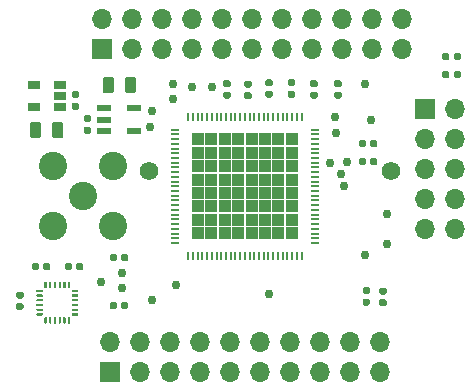
<source format=gts>
G04 #@! TF.GenerationSoftware,KiCad,Pcbnew,(5.1.6)-1*
G04 #@! TF.CreationDate,2021-09-11T05:13:55-07:00*
G04 #@! TF.ProjectId,scum3c-devboard,7363756d-3363-42d6-9465-76626f617264,rev?*
G04 #@! TF.SameCoordinates,Original*
G04 #@! TF.FileFunction,Soldermask,Top*
G04 #@! TF.FilePolarity,Negative*
%FSLAX46Y46*%
G04 Gerber Fmt 4.6, Leading zero omitted, Abs format (unit mm)*
G04 Created by KiCad (PCBNEW (5.1.6)-1) date 2021-09-11 05:13:55*
%MOMM*%
%LPD*%
G01*
G04 APERTURE LIST*
%ADD10R,1.210000X0.590000*%
%ADD11R,1.060000X0.650000*%
%ADD12C,1.574800*%
%ADD13C,2.400000*%
%ADD14R,1.700000X1.700000*%
%ADD15O,1.700000X1.700000*%
%ADD16C,0.762000*%
%ADD17C,0.568750*%
%ADD18R,1.137500X1.137500*%
%ADD19O,0.200000X0.800000*%
%ADD20O,0.800000X0.200000*%
G04 APERTURE END LIST*
D10*
G04 #@! TO.C,U3*
X87135001Y-62042000D03*
X87135001Y-63942000D03*
X84625001Y-63942000D03*
X84625001Y-62992000D03*
X84625001Y-62042000D03*
G04 #@! TD*
D11*
G04 #@! TO.C,U2*
X78627999Y-61961001D03*
X78627999Y-60061001D03*
X80827999Y-60061001D03*
X80827999Y-61011001D03*
X80827999Y-61961001D03*
G04 #@! TD*
D12*
G04 #@! TO.C,B1*
X108889800Y-67310000D03*
X88392000Y-67310000D03*
G04 #@! TD*
D13*
G04 #@! TO.C,J4*
X85344000Y-72009000D03*
X80264000Y-72009000D03*
X85344000Y-66929000D03*
X80264000Y-66929000D03*
X82804000Y-69469000D03*
G04 #@! TD*
D14*
G04 #@! TO.C,J1*
X84455000Y-57023000D03*
D15*
X84455000Y-54483000D03*
X86995000Y-57023000D03*
X86995000Y-54483000D03*
X89535000Y-57023000D03*
X89535000Y-54483000D03*
X92075000Y-57023000D03*
X92075000Y-54483000D03*
X94615000Y-57023000D03*
X94615000Y-54483000D03*
X97155000Y-57023000D03*
X97155000Y-54483000D03*
X99695000Y-57023000D03*
X99695000Y-54483000D03*
X102235000Y-57023000D03*
X102235000Y-54483000D03*
X104775000Y-57023000D03*
X104775000Y-54483000D03*
X107315000Y-57023000D03*
X107315000Y-54483000D03*
X109855000Y-57023000D03*
X109855000Y-54483000D03*
G04 #@! TD*
G04 #@! TO.C,R4*
G36*
G01*
X96601500Y-60665000D02*
X96946500Y-60665000D01*
G75*
G02*
X97094000Y-60812500I0J-147500D01*
G01*
X97094000Y-61107500D01*
G75*
G02*
X96946500Y-61255000I-147500J0D01*
G01*
X96601500Y-61255000D01*
G75*
G02*
X96454000Y-61107500I0J147500D01*
G01*
X96454000Y-60812500D01*
G75*
G02*
X96601500Y-60665000I147500J0D01*
G01*
G37*
G36*
G01*
X96601500Y-59695000D02*
X96946500Y-59695000D01*
G75*
G02*
X97094000Y-59842500I0J-147500D01*
G01*
X97094000Y-60137500D01*
G75*
G02*
X96946500Y-60285000I-147500J0D01*
G01*
X96601500Y-60285000D01*
G75*
G02*
X96454000Y-60137500I0J147500D01*
G01*
X96454000Y-59842500D01*
G75*
G02*
X96601500Y-59695000I147500J0D01*
G01*
G37*
G04 #@! TD*
G04 #@! TO.C,R3*
G36*
G01*
X102189500Y-60619000D02*
X102534500Y-60619000D01*
G75*
G02*
X102682000Y-60766500I0J-147500D01*
G01*
X102682000Y-61061500D01*
G75*
G02*
X102534500Y-61209000I-147500J0D01*
G01*
X102189500Y-61209000D01*
G75*
G02*
X102042000Y-61061500I0J147500D01*
G01*
X102042000Y-60766500D01*
G75*
G02*
X102189500Y-60619000I147500J0D01*
G01*
G37*
G36*
G01*
X102189500Y-59649000D02*
X102534500Y-59649000D01*
G75*
G02*
X102682000Y-59796500I0J-147500D01*
G01*
X102682000Y-60091500D01*
G75*
G02*
X102534500Y-60239000I-147500J0D01*
G01*
X102189500Y-60239000D01*
G75*
G02*
X102042000Y-60091500I0J147500D01*
G01*
X102042000Y-59796500D01*
G75*
G02*
X102189500Y-59649000I147500J0D01*
G01*
G37*
G04 #@! TD*
G04 #@! TO.C,R2*
G36*
G01*
X104566500Y-60239000D02*
X104221500Y-60239000D01*
G75*
G02*
X104074000Y-60091500I0J147500D01*
G01*
X104074000Y-59796500D01*
G75*
G02*
X104221500Y-59649000I147500J0D01*
G01*
X104566500Y-59649000D01*
G75*
G02*
X104714000Y-59796500I0J-147500D01*
G01*
X104714000Y-60091500D01*
G75*
G02*
X104566500Y-60239000I-147500J0D01*
G01*
G37*
G36*
G01*
X104566500Y-61209000D02*
X104221500Y-61209000D01*
G75*
G02*
X104074000Y-61061500I0J147500D01*
G01*
X104074000Y-60766500D01*
G75*
G02*
X104221500Y-60619000I147500J0D01*
G01*
X104566500Y-60619000D01*
G75*
G02*
X104714000Y-60766500I0J-147500D01*
G01*
X104714000Y-61061500D01*
G75*
G02*
X104566500Y-61209000I-147500J0D01*
G01*
G37*
G04 #@! TD*
G04 #@! TO.C,C_1.8_OUT1*
G36*
G01*
X81158000Y-63424750D02*
X81158000Y-64337250D01*
G75*
G02*
X80914250Y-64581000I-243750J0D01*
G01*
X80426750Y-64581000D01*
G75*
G02*
X80183000Y-64337250I0J243750D01*
G01*
X80183000Y-63424750D01*
G75*
G02*
X80426750Y-63181000I243750J0D01*
G01*
X80914250Y-63181000D01*
G75*
G02*
X81158000Y-63424750I0J-243750D01*
G01*
G37*
G36*
G01*
X79283000Y-63424750D02*
X79283000Y-64337250D01*
G75*
G02*
X79039250Y-64581000I-243750J0D01*
G01*
X78551750Y-64581000D01*
G75*
G02*
X78308000Y-64337250I0J243750D01*
G01*
X78308000Y-63424750D01*
G75*
G02*
X78551750Y-63181000I243750J0D01*
G01*
X79039250Y-63181000D01*
G75*
G02*
X79283000Y-63424750I0J-243750D01*
G01*
G37*
G04 #@! TD*
G04 #@! TO.C,C_1.1_OUT1*
G36*
G01*
X84475500Y-60527250D02*
X84475500Y-59614750D01*
G75*
G02*
X84719250Y-59371000I243750J0D01*
G01*
X85206750Y-59371000D01*
G75*
G02*
X85450500Y-59614750I0J-243750D01*
G01*
X85450500Y-60527250D01*
G75*
G02*
X85206750Y-60771000I-243750J0D01*
G01*
X84719250Y-60771000D01*
G75*
G02*
X84475500Y-60527250I0J243750D01*
G01*
G37*
G36*
G01*
X86350500Y-60527250D02*
X86350500Y-59614750D01*
G75*
G02*
X86594250Y-59371000I243750J0D01*
G01*
X87081750Y-59371000D01*
G75*
G02*
X87325500Y-59614750I0J-243750D01*
G01*
X87325500Y-60527250D01*
G75*
G02*
X87081750Y-60771000I-243750J0D01*
G01*
X86594250Y-60771000D01*
G75*
G02*
X86350500Y-60527250I0J243750D01*
G01*
G37*
G04 #@! TD*
G04 #@! TO.C,J3*
X114300000Y-72263000D03*
X111760000Y-72263000D03*
X114300000Y-69723000D03*
X111760000Y-69723000D03*
X114300000Y-67183000D03*
X111760000Y-67183000D03*
X114300000Y-64643000D03*
X111760000Y-64643000D03*
X114300000Y-62103000D03*
D14*
X111760000Y-62103000D03*
G04 #@! TD*
G04 #@! TO.C,C_1.1_IN1*
G36*
G01*
X83357500Y-63206000D02*
X83012500Y-63206000D01*
G75*
G02*
X82865000Y-63058500I0J147500D01*
G01*
X82865000Y-62763500D01*
G75*
G02*
X83012500Y-62616000I147500J0D01*
G01*
X83357500Y-62616000D01*
G75*
G02*
X83505000Y-62763500I0J-147500D01*
G01*
X83505000Y-63058500D01*
G75*
G02*
X83357500Y-63206000I-147500J0D01*
G01*
G37*
G36*
G01*
X83357500Y-64176000D02*
X83012500Y-64176000D01*
G75*
G02*
X82865000Y-64028500I0J147500D01*
G01*
X82865000Y-63733500D01*
G75*
G02*
X83012500Y-63586000I147500J0D01*
G01*
X83357500Y-63586000D01*
G75*
G02*
X83505000Y-63733500I0J-147500D01*
G01*
X83505000Y-64028500D01*
G75*
G02*
X83357500Y-64176000I-147500J0D01*
G01*
G37*
G04 #@! TD*
G04 #@! TO.C,C_1.8_IN1*
G36*
G01*
X82341500Y-61174000D02*
X81996500Y-61174000D01*
G75*
G02*
X81849000Y-61026500I0J147500D01*
G01*
X81849000Y-60731500D01*
G75*
G02*
X81996500Y-60584000I147500J0D01*
G01*
X82341500Y-60584000D01*
G75*
G02*
X82489000Y-60731500I0J-147500D01*
G01*
X82489000Y-61026500D01*
G75*
G02*
X82341500Y-61174000I-147500J0D01*
G01*
G37*
G36*
G01*
X82341500Y-62144000D02*
X81996500Y-62144000D01*
G75*
G02*
X81849000Y-61996500I0J147500D01*
G01*
X81849000Y-61701500D01*
G75*
G02*
X81996500Y-61554000I147500J0D01*
G01*
X82341500Y-61554000D01*
G75*
G02*
X82489000Y-61701500I0J-147500D01*
G01*
X82489000Y-61996500D01*
G75*
G02*
X82341500Y-62144000I-147500J0D01*
G01*
G37*
G04 #@! TD*
D16*
G04 #@! TO.C,J21*
X108585000Y-70993000D03*
G04 #@! TD*
G04 #@! TO.C,J20*
X104140000Y-62738000D03*
G04 #@! TD*
G04 #@! TO.C,J19*
X93726000Y-60198000D03*
G04 #@! TD*
G04 #@! TO.C,J18*
X92075000Y-60198000D03*
G04 #@! TD*
G04 #@! TO.C,J14*
X90424000Y-59944000D03*
G04 #@! TD*
G04 #@! TO.C,J12*
X86106000Y-77216000D03*
G04 #@! TD*
G04 #@! TO.C,J17*
X108585000Y-73533000D03*
G04 #@! TD*
G04 #@! TO.C,J16*
X105156000Y-66548000D03*
G04 #@! TD*
G04 #@! TO.C,J15*
X103759000Y-66675000D03*
G04 #@! TD*
G04 #@! TO.C,J13*
X88646000Y-78232000D03*
G04 #@! TD*
G04 #@! TO.C,J11*
X86106000Y-75946000D03*
G04 #@! TD*
G04 #@! TO.C,J10*
X104648000Y-67564000D03*
G04 #@! TD*
G04 #@! TO.C,J9*
X104902000Y-68580000D03*
G04 #@! TD*
G04 #@! TO.C,J8*
X88519000Y-63627000D03*
G04 #@! TD*
G04 #@! TO.C,J7*
X88646000Y-62230000D03*
G04 #@! TD*
G04 #@! TO.C,J6*
X90424000Y-61214000D03*
G04 #@! TD*
G04 #@! TO.C,J5*
X104267000Y-64135000D03*
G04 #@! TD*
G04 #@! TO.C,GND6*
X106680000Y-59944000D03*
G04 #@! TD*
G04 #@! TO.C,GND5*
X106680000Y-74422000D03*
G04 #@! TD*
G04 #@! TO.C,GND4*
X107188000Y-62992000D03*
G04 #@! TD*
G04 #@! TO.C,GND3*
X90678000Y-76962000D03*
G04 #@! TD*
G04 #@! TO.C,GND2*
X84328000Y-76708000D03*
G04 #@! TD*
G04 #@! TO.C,GND1*
X98552000Y-77724000D03*
G04 #@! TD*
G04 #@! TO.C,R1*
G36*
G01*
X107147000Y-65196500D02*
X107147000Y-64851500D01*
G75*
G02*
X107294500Y-64704000I147500J0D01*
G01*
X107589500Y-64704000D01*
G75*
G02*
X107737000Y-64851500I0J-147500D01*
G01*
X107737000Y-65196500D01*
G75*
G02*
X107589500Y-65344000I-147500J0D01*
G01*
X107294500Y-65344000D01*
G75*
G02*
X107147000Y-65196500I0J147500D01*
G01*
G37*
G36*
G01*
X106177000Y-65196500D02*
X106177000Y-64851500D01*
G75*
G02*
X106324500Y-64704000I147500J0D01*
G01*
X106619500Y-64704000D01*
G75*
G02*
X106767000Y-64851500I0J-147500D01*
G01*
X106767000Y-65196500D01*
G75*
G02*
X106619500Y-65344000I-147500J0D01*
G01*
X106324500Y-65344000D01*
G75*
G02*
X106177000Y-65196500I0J147500D01*
G01*
G37*
G04 #@! TD*
G04 #@! TO.C,C13*
G36*
G01*
X100629500Y-60158000D02*
X100284500Y-60158000D01*
G75*
G02*
X100137000Y-60010500I0J147500D01*
G01*
X100137000Y-59715500D01*
G75*
G02*
X100284500Y-59568000I147500J0D01*
G01*
X100629500Y-59568000D01*
G75*
G02*
X100777000Y-59715500I0J-147500D01*
G01*
X100777000Y-60010500D01*
G75*
G02*
X100629500Y-60158000I-147500J0D01*
G01*
G37*
G36*
G01*
X100629500Y-61128000D02*
X100284500Y-61128000D01*
G75*
G02*
X100137000Y-60980500I0J147500D01*
G01*
X100137000Y-60685500D01*
G75*
G02*
X100284500Y-60538000I147500J0D01*
G01*
X100629500Y-60538000D01*
G75*
G02*
X100777000Y-60685500I0J-147500D01*
G01*
X100777000Y-60980500D01*
G75*
G02*
X100629500Y-61128000I-147500J0D01*
G01*
G37*
G04 #@! TD*
G04 #@! TO.C,C12*
G36*
G01*
X98724500Y-60158000D02*
X98379500Y-60158000D01*
G75*
G02*
X98232000Y-60010500I0J147500D01*
G01*
X98232000Y-59715500D01*
G75*
G02*
X98379500Y-59568000I147500J0D01*
G01*
X98724500Y-59568000D01*
G75*
G02*
X98872000Y-59715500I0J-147500D01*
G01*
X98872000Y-60010500D01*
G75*
G02*
X98724500Y-60158000I-147500J0D01*
G01*
G37*
G36*
G01*
X98724500Y-61128000D02*
X98379500Y-61128000D01*
G75*
G02*
X98232000Y-60980500I0J147500D01*
G01*
X98232000Y-60685500D01*
G75*
G02*
X98379500Y-60538000I147500J0D01*
G01*
X98724500Y-60538000D01*
G75*
G02*
X98872000Y-60685500I0J-147500D01*
G01*
X98872000Y-60980500D01*
G75*
G02*
X98724500Y-61128000I-147500J0D01*
G01*
G37*
G04 #@! TD*
G04 #@! TO.C,C11*
G36*
G01*
X106767000Y-66375500D02*
X106767000Y-66720500D01*
G75*
G02*
X106619500Y-66868000I-147500J0D01*
G01*
X106324500Y-66868000D01*
G75*
G02*
X106177000Y-66720500I0J147500D01*
G01*
X106177000Y-66375500D01*
G75*
G02*
X106324500Y-66228000I147500J0D01*
G01*
X106619500Y-66228000D01*
G75*
G02*
X106767000Y-66375500I0J-147500D01*
G01*
G37*
G36*
G01*
X107737000Y-66375500D02*
X107737000Y-66720500D01*
G75*
G02*
X107589500Y-66868000I-147500J0D01*
G01*
X107294500Y-66868000D01*
G75*
G02*
X107147000Y-66720500I0J147500D01*
G01*
X107147000Y-66375500D01*
G75*
G02*
X107294500Y-66228000I147500J0D01*
G01*
X107589500Y-66228000D01*
G75*
G02*
X107737000Y-66375500I0J-147500D01*
G01*
G37*
G04 #@! TD*
G04 #@! TO.C,C10*
G36*
G01*
X95168500Y-60239000D02*
X94823500Y-60239000D01*
G75*
G02*
X94676000Y-60091500I0J147500D01*
G01*
X94676000Y-59796500D01*
G75*
G02*
X94823500Y-59649000I147500J0D01*
G01*
X95168500Y-59649000D01*
G75*
G02*
X95316000Y-59796500I0J-147500D01*
G01*
X95316000Y-60091500D01*
G75*
G02*
X95168500Y-60239000I-147500J0D01*
G01*
G37*
G36*
G01*
X95168500Y-61209000D02*
X94823500Y-61209000D01*
G75*
G02*
X94676000Y-61061500I0J147500D01*
G01*
X94676000Y-60766500D01*
G75*
G02*
X94823500Y-60619000I147500J0D01*
G01*
X95168500Y-60619000D01*
G75*
G02*
X95316000Y-60766500I0J-147500D01*
G01*
X95316000Y-61061500D01*
G75*
G02*
X95168500Y-61209000I-147500J0D01*
G01*
G37*
G04 #@! TD*
G04 #@! TO.C,C9*
G36*
G01*
X108031500Y-78191000D02*
X108376500Y-78191000D01*
G75*
G02*
X108524000Y-78338500I0J-147500D01*
G01*
X108524000Y-78633500D01*
G75*
G02*
X108376500Y-78781000I-147500J0D01*
G01*
X108031500Y-78781000D01*
G75*
G02*
X107884000Y-78633500I0J147500D01*
G01*
X107884000Y-78338500D01*
G75*
G02*
X108031500Y-78191000I147500J0D01*
G01*
G37*
G36*
G01*
X108031500Y-77221000D02*
X108376500Y-77221000D01*
G75*
G02*
X108524000Y-77368500I0J-147500D01*
G01*
X108524000Y-77663500D01*
G75*
G02*
X108376500Y-77811000I-147500J0D01*
G01*
X108031500Y-77811000D01*
G75*
G02*
X107884000Y-77663500I0J147500D01*
G01*
X107884000Y-77368500D01*
G75*
G02*
X108031500Y-77221000I147500J0D01*
G01*
G37*
G04 #@! TD*
G04 #@! TO.C,C8*
G36*
G01*
X106634500Y-78145000D02*
X106979500Y-78145000D01*
G75*
G02*
X107127000Y-78292500I0J-147500D01*
G01*
X107127000Y-78587500D01*
G75*
G02*
X106979500Y-78735000I-147500J0D01*
G01*
X106634500Y-78735000D01*
G75*
G02*
X106487000Y-78587500I0J147500D01*
G01*
X106487000Y-78292500D01*
G75*
G02*
X106634500Y-78145000I147500J0D01*
G01*
G37*
G36*
G01*
X106634500Y-77175000D02*
X106979500Y-77175000D01*
G75*
G02*
X107127000Y-77322500I0J-147500D01*
G01*
X107127000Y-77617500D01*
G75*
G02*
X106979500Y-77765000I-147500J0D01*
G01*
X106634500Y-77765000D01*
G75*
G02*
X106487000Y-77617500I0J147500D01*
G01*
X106487000Y-77322500D01*
G75*
G02*
X106634500Y-77175000I147500J0D01*
G01*
G37*
G04 #@! TD*
G04 #@! TO.C,C7*
G36*
G01*
X114213000Y-59354500D02*
X114213000Y-59009500D01*
G75*
G02*
X114360500Y-58862000I147500J0D01*
G01*
X114655500Y-58862000D01*
G75*
G02*
X114803000Y-59009500I0J-147500D01*
G01*
X114803000Y-59354500D01*
G75*
G02*
X114655500Y-59502000I-147500J0D01*
G01*
X114360500Y-59502000D01*
G75*
G02*
X114213000Y-59354500I0J147500D01*
G01*
G37*
G36*
G01*
X113243000Y-59354500D02*
X113243000Y-59009500D01*
G75*
G02*
X113390500Y-58862000I147500J0D01*
G01*
X113685500Y-58862000D01*
G75*
G02*
X113833000Y-59009500I0J-147500D01*
G01*
X113833000Y-59354500D01*
G75*
G02*
X113685500Y-59502000I-147500J0D01*
G01*
X113390500Y-59502000D01*
G75*
G02*
X113243000Y-59354500I0J147500D01*
G01*
G37*
G04 #@! TD*
G04 #@! TO.C,C6*
G36*
G01*
X114213000Y-57830500D02*
X114213000Y-57485500D01*
G75*
G02*
X114360500Y-57338000I147500J0D01*
G01*
X114655500Y-57338000D01*
G75*
G02*
X114803000Y-57485500I0J-147500D01*
G01*
X114803000Y-57830500D01*
G75*
G02*
X114655500Y-57978000I-147500J0D01*
G01*
X114360500Y-57978000D01*
G75*
G02*
X114213000Y-57830500I0J147500D01*
G01*
G37*
G36*
G01*
X113243000Y-57830500D02*
X113243000Y-57485500D01*
G75*
G02*
X113390500Y-57338000I147500J0D01*
G01*
X113685500Y-57338000D01*
G75*
G02*
X113833000Y-57485500I0J-147500D01*
G01*
X113833000Y-57830500D01*
G75*
G02*
X113685500Y-57978000I-147500J0D01*
G01*
X113390500Y-57978000D01*
G75*
G02*
X113243000Y-57830500I0J147500D01*
G01*
G37*
G04 #@! TD*
G04 #@! TO.C,C5*
G36*
G01*
X85685000Y-74503500D02*
X85685000Y-74848500D01*
G75*
G02*
X85537500Y-74996000I-147500J0D01*
G01*
X85242500Y-74996000D01*
G75*
G02*
X85095000Y-74848500I0J147500D01*
G01*
X85095000Y-74503500D01*
G75*
G02*
X85242500Y-74356000I147500J0D01*
G01*
X85537500Y-74356000D01*
G75*
G02*
X85685000Y-74503500I0J-147500D01*
G01*
G37*
G36*
G01*
X86655000Y-74503500D02*
X86655000Y-74848500D01*
G75*
G02*
X86507500Y-74996000I-147500J0D01*
G01*
X86212500Y-74996000D01*
G75*
G02*
X86065000Y-74848500I0J147500D01*
G01*
X86065000Y-74503500D01*
G75*
G02*
X86212500Y-74356000I147500J0D01*
G01*
X86507500Y-74356000D01*
G75*
G02*
X86655000Y-74503500I0J-147500D01*
G01*
G37*
G04 #@! TD*
G04 #@! TO.C,C4*
G36*
G01*
X85662000Y-78567500D02*
X85662000Y-78912500D01*
G75*
G02*
X85514500Y-79060000I-147500J0D01*
G01*
X85219500Y-79060000D01*
G75*
G02*
X85072000Y-78912500I0J147500D01*
G01*
X85072000Y-78567500D01*
G75*
G02*
X85219500Y-78420000I147500J0D01*
G01*
X85514500Y-78420000D01*
G75*
G02*
X85662000Y-78567500I0J-147500D01*
G01*
G37*
G36*
G01*
X86632000Y-78567500D02*
X86632000Y-78912500D01*
G75*
G02*
X86484500Y-79060000I-147500J0D01*
G01*
X86189500Y-79060000D01*
G75*
G02*
X86042000Y-78912500I0J147500D01*
G01*
X86042000Y-78567500D01*
G75*
G02*
X86189500Y-78420000I147500J0D01*
G01*
X86484500Y-78420000D01*
G75*
G02*
X86632000Y-78567500I0J-147500D01*
G01*
G37*
G04 #@! TD*
D15*
G04 #@! TO.C,J2*
X107950000Y-81788000D03*
X107950000Y-84328000D03*
X105410000Y-81788000D03*
X105410000Y-84328000D03*
X102870000Y-81788000D03*
X102870000Y-84328000D03*
X100330000Y-81788000D03*
X100330000Y-84328000D03*
X97790000Y-81788000D03*
X97790000Y-84328000D03*
X95250000Y-81788000D03*
X95250000Y-84328000D03*
X92710000Y-81788000D03*
X92710000Y-84328000D03*
X90170000Y-81788000D03*
X90170000Y-84328000D03*
X87630000Y-81788000D03*
X87630000Y-84328000D03*
X85090000Y-81788000D03*
D14*
X85090000Y-84328000D03*
G04 #@! TD*
D17*
G04 #@! TO.C,U1*
X100501250Y-72619250D03*
X100501250Y-71481750D03*
X100501250Y-70344250D03*
X100501250Y-69206750D03*
X100501250Y-68069250D03*
X100501250Y-66931750D03*
X100501250Y-65794250D03*
X100501250Y-64656750D03*
X99363750Y-72619250D03*
X99363750Y-71481750D03*
X99363750Y-70344250D03*
X99363750Y-69206750D03*
X99363750Y-68069250D03*
X99363750Y-66931750D03*
X99363750Y-65794250D03*
X99363750Y-64656750D03*
X98226250Y-72619250D03*
X98226250Y-71481750D03*
X98226250Y-70344250D03*
X98226250Y-69206750D03*
X98226250Y-68069250D03*
X98226250Y-66931750D03*
X98226250Y-65794250D03*
X98226250Y-64656750D03*
X97088750Y-72619250D03*
X97088750Y-71481750D03*
X97088750Y-70344250D03*
X97088750Y-69206750D03*
X97088750Y-68069250D03*
X97088750Y-66931750D03*
X97088750Y-65794250D03*
X97088750Y-64656750D03*
X95951250Y-72619250D03*
X95951250Y-71481750D03*
X95951250Y-70344250D03*
X95951250Y-69206750D03*
X95951250Y-68069250D03*
X95951250Y-66931750D03*
X95951250Y-65794250D03*
X95951250Y-64656750D03*
X94813750Y-72619250D03*
X94813750Y-71481750D03*
X94813750Y-70344250D03*
X94813750Y-69206750D03*
X94813750Y-68069250D03*
X94813750Y-66931750D03*
X94813750Y-65794250D03*
X94813750Y-64656750D03*
X93676250Y-72619250D03*
X93676250Y-71481750D03*
X93676250Y-70344250D03*
X93676250Y-69206750D03*
X93676250Y-68069250D03*
X93676250Y-66931750D03*
X93676250Y-65794250D03*
X93676250Y-64656750D03*
X92538750Y-72619250D03*
X92538750Y-71481750D03*
X92538750Y-70344250D03*
X92538750Y-69206750D03*
X92538750Y-68069250D03*
X92538750Y-66931750D03*
X92538750Y-65794250D03*
X92538750Y-64656750D03*
D18*
X100501250Y-72619250D03*
X100501250Y-71481750D03*
X100501250Y-70344250D03*
X100501250Y-69206750D03*
X100501250Y-68069250D03*
X100501250Y-66931750D03*
X100501250Y-65794250D03*
X100501250Y-64656750D03*
X99363750Y-72619250D03*
X99363750Y-71481750D03*
X99363750Y-70344250D03*
X99363750Y-69206750D03*
X99363750Y-68069250D03*
X99363750Y-66931750D03*
X99363750Y-65794250D03*
X99363750Y-64656750D03*
X98226250Y-72619250D03*
X98226250Y-71481750D03*
X98226250Y-70344250D03*
X98226250Y-69206750D03*
X98226250Y-68069250D03*
X98226250Y-66931750D03*
X98226250Y-65794250D03*
X98226250Y-64656750D03*
X97088750Y-72619250D03*
X97088750Y-71481750D03*
X97088750Y-70344250D03*
X97088750Y-69206750D03*
X97088750Y-68069250D03*
X97088750Y-66931750D03*
X97088750Y-65794250D03*
X97088750Y-64656750D03*
X95951250Y-72619250D03*
X95951250Y-71481750D03*
X95951250Y-70344250D03*
X95951250Y-69206750D03*
X95951250Y-68069250D03*
X95951250Y-66931750D03*
X95951250Y-65794250D03*
X95951250Y-64656750D03*
X94813750Y-72619250D03*
X94813750Y-71481750D03*
X94813750Y-70344250D03*
X94813750Y-69206750D03*
X94813750Y-68069250D03*
X94813750Y-66931750D03*
X94813750Y-65794250D03*
X94813750Y-64656750D03*
X93676250Y-72619250D03*
X93676250Y-71481750D03*
X93676250Y-70344250D03*
X93676250Y-69206750D03*
X93676250Y-68069250D03*
X93676250Y-66931750D03*
X93676250Y-65794250D03*
X93676250Y-64656750D03*
X92538750Y-72619250D03*
X92538750Y-71481750D03*
X92538750Y-70344250D03*
X92538750Y-69206750D03*
X92538750Y-68069250D03*
X92538750Y-66931750D03*
X92538750Y-65794250D03*
X92538750Y-64656750D03*
D19*
X91720000Y-62738000D03*
X92120000Y-62738000D03*
X92520000Y-62738000D03*
X92920000Y-62738000D03*
X93320000Y-62738000D03*
X93720000Y-62738000D03*
X94120000Y-62738000D03*
X94520000Y-62738000D03*
X94920000Y-62738000D03*
X95320000Y-62738000D03*
X95720000Y-62738000D03*
X96120000Y-62738000D03*
X96520000Y-62738000D03*
X96920000Y-62738000D03*
X97320000Y-62738000D03*
X97720000Y-62738000D03*
X98120000Y-62738000D03*
X98520000Y-62738000D03*
X98920000Y-62738000D03*
X99320000Y-62738000D03*
X99720000Y-62738000D03*
X100120000Y-62738000D03*
X100520000Y-62738000D03*
X100920000Y-62738000D03*
X101320000Y-62738000D03*
D20*
X102420000Y-63838000D03*
X102420000Y-64238000D03*
X102420000Y-64638000D03*
X102420000Y-65038000D03*
X102420000Y-65438000D03*
X102420000Y-65838000D03*
X102420000Y-66238000D03*
X102420000Y-66638000D03*
X102420000Y-67038000D03*
X102420000Y-67438000D03*
X102420000Y-67838000D03*
X102420000Y-68238000D03*
X102420000Y-68638000D03*
X102420000Y-69038000D03*
X102420000Y-69438000D03*
X102420000Y-69838000D03*
X102420000Y-70238000D03*
X102420000Y-70638000D03*
X102420000Y-71038000D03*
X102420000Y-71438000D03*
X102420000Y-71838000D03*
X102420000Y-72238000D03*
X102420000Y-72638000D03*
X102420000Y-73038000D03*
X102420000Y-73438000D03*
D19*
X101320000Y-74538000D03*
X100920000Y-74538000D03*
X100520000Y-74538000D03*
X100120000Y-74538000D03*
X99720000Y-74538000D03*
X99320000Y-74538000D03*
X98920000Y-74538000D03*
X98520000Y-74538000D03*
X98120000Y-74538000D03*
X97720000Y-74538000D03*
X97320000Y-74538000D03*
X96920000Y-74538000D03*
X96520000Y-74538000D03*
X96120000Y-74538000D03*
X95720000Y-74538000D03*
X95320000Y-74538000D03*
X94920000Y-74538000D03*
X94520000Y-74538000D03*
X94120000Y-74538000D03*
X93720000Y-74538000D03*
X93320000Y-74538000D03*
X92920000Y-74538000D03*
X92520000Y-74538000D03*
X92120000Y-74538000D03*
X91720000Y-74538000D03*
D20*
X90620000Y-73438000D03*
X90620000Y-73038000D03*
X90620000Y-72638000D03*
X90620000Y-72238000D03*
X90620000Y-71838000D03*
X90620000Y-71438000D03*
X90620000Y-71038000D03*
X90620000Y-70638000D03*
X90620000Y-70238000D03*
X90620000Y-69838000D03*
X90620000Y-69438000D03*
X90620000Y-69038000D03*
X90620000Y-68638000D03*
X90620000Y-68238000D03*
X90620000Y-67838000D03*
X90620000Y-67438000D03*
X90620000Y-67038000D03*
X90620000Y-66638000D03*
X90620000Y-66238000D03*
X90620000Y-65838000D03*
X90620000Y-65438000D03*
X90620000Y-65038000D03*
X90620000Y-64638000D03*
X90620000Y-64238000D03*
X90620000Y-63838000D03*
G04 #@! TD*
G04 #@! TO.C,C3*
G36*
G01*
X80051000Y-75265500D02*
X80051000Y-75610500D01*
G75*
G02*
X79903500Y-75758000I-147500J0D01*
G01*
X79608500Y-75758000D01*
G75*
G02*
X79461000Y-75610500I0J147500D01*
G01*
X79461000Y-75265500D01*
G75*
G02*
X79608500Y-75118000I147500J0D01*
G01*
X79903500Y-75118000D01*
G75*
G02*
X80051000Y-75265500I0J-147500D01*
G01*
G37*
G36*
G01*
X79081000Y-75265500D02*
X79081000Y-75610500D01*
G75*
G02*
X78933500Y-75758000I-147500J0D01*
G01*
X78638500Y-75758000D01*
G75*
G02*
X78491000Y-75610500I0J147500D01*
G01*
X78491000Y-75265500D01*
G75*
G02*
X78638500Y-75118000I147500J0D01*
G01*
X78933500Y-75118000D01*
G75*
G02*
X79081000Y-75265500I0J-147500D01*
G01*
G37*
G04 #@! TD*
G04 #@! TO.C,C2*
G36*
G01*
X77297500Y-77556000D02*
X77642500Y-77556000D01*
G75*
G02*
X77790000Y-77703500I0J-147500D01*
G01*
X77790000Y-77998500D01*
G75*
G02*
X77642500Y-78146000I-147500J0D01*
G01*
X77297500Y-78146000D01*
G75*
G02*
X77150000Y-77998500I0J147500D01*
G01*
X77150000Y-77703500D01*
G75*
G02*
X77297500Y-77556000I147500J0D01*
G01*
G37*
G36*
G01*
X77297500Y-78526000D02*
X77642500Y-78526000D01*
G75*
G02*
X77790000Y-78673500I0J-147500D01*
G01*
X77790000Y-78968500D01*
G75*
G02*
X77642500Y-79116000I-147500J0D01*
G01*
X77297500Y-79116000D01*
G75*
G02*
X77150000Y-78968500I0J147500D01*
G01*
X77150000Y-78673500D01*
G75*
G02*
X77297500Y-78526000I147500J0D01*
G01*
G37*
G04 #@! TD*
G04 #@! TO.C,C1*
G36*
G01*
X81285000Y-75610500D02*
X81285000Y-75265500D01*
G75*
G02*
X81432500Y-75118000I147500J0D01*
G01*
X81727500Y-75118000D01*
G75*
G02*
X81875000Y-75265500I0J-147500D01*
G01*
X81875000Y-75610500D01*
G75*
G02*
X81727500Y-75758000I-147500J0D01*
G01*
X81432500Y-75758000D01*
G75*
G02*
X81285000Y-75610500I0J147500D01*
G01*
G37*
G36*
G01*
X82255000Y-75610500D02*
X82255000Y-75265500D01*
G75*
G02*
X82402500Y-75118000I147500J0D01*
G01*
X82697500Y-75118000D01*
G75*
G02*
X82845000Y-75265500I0J-147500D01*
G01*
X82845000Y-75610500D01*
G75*
G02*
X82697500Y-75758000I-147500J0D01*
G01*
X82402500Y-75758000D01*
G75*
G02*
X82255000Y-75610500I0J147500D01*
G01*
G37*
G04 #@! TD*
G04 #@! TO.C,U9AB1*
G36*
G01*
X82420000Y-79436000D02*
X82420000Y-79536000D01*
G75*
G02*
X82370000Y-79586000I-50000J0D01*
G01*
X81920000Y-79586000D01*
G75*
G02*
X81870000Y-79536000I0J50000D01*
G01*
X81870000Y-79436000D01*
G75*
G02*
X81920000Y-79386000I50000J0D01*
G01*
X82370000Y-79386000D01*
G75*
G02*
X82420000Y-79436000I0J-50000D01*
G01*
G37*
G36*
G01*
X82420000Y-79036000D02*
X82420000Y-79136000D01*
G75*
G02*
X82370000Y-79186000I-50000J0D01*
G01*
X81920000Y-79186000D01*
G75*
G02*
X81870000Y-79136000I0J50000D01*
G01*
X81870000Y-79036000D01*
G75*
G02*
X81920000Y-78986000I50000J0D01*
G01*
X82370000Y-78986000D01*
G75*
G02*
X82420000Y-79036000I0J-50000D01*
G01*
G37*
G36*
G01*
X82420000Y-78636000D02*
X82420000Y-78736000D01*
G75*
G02*
X82370000Y-78786000I-50000J0D01*
G01*
X81920000Y-78786000D01*
G75*
G02*
X81870000Y-78736000I0J50000D01*
G01*
X81870000Y-78636000D01*
G75*
G02*
X81920000Y-78586000I50000J0D01*
G01*
X82370000Y-78586000D01*
G75*
G02*
X82420000Y-78636000I0J-50000D01*
G01*
G37*
G36*
G01*
X82420000Y-78236000D02*
X82420000Y-78336000D01*
G75*
G02*
X82370000Y-78386000I-50000J0D01*
G01*
X81920000Y-78386000D01*
G75*
G02*
X81870000Y-78336000I0J50000D01*
G01*
X81870000Y-78236000D01*
G75*
G02*
X81920000Y-78186000I50000J0D01*
G01*
X82370000Y-78186000D01*
G75*
G02*
X82420000Y-78236000I0J-50000D01*
G01*
G37*
G36*
G01*
X82420000Y-77836000D02*
X82420000Y-77936000D01*
G75*
G02*
X82370000Y-77986000I-50000J0D01*
G01*
X81920000Y-77986000D01*
G75*
G02*
X81870000Y-77936000I0J50000D01*
G01*
X81870000Y-77836000D01*
G75*
G02*
X81920000Y-77786000I50000J0D01*
G01*
X82370000Y-77786000D01*
G75*
G02*
X82420000Y-77836000I0J-50000D01*
G01*
G37*
G36*
G01*
X82420000Y-77436000D02*
X82420000Y-77536000D01*
G75*
G02*
X82370000Y-77586000I-50000J0D01*
G01*
X81920000Y-77586000D01*
G75*
G02*
X81870000Y-77536000I0J50000D01*
G01*
X81870000Y-77436000D01*
G75*
G02*
X81920000Y-77386000I50000J0D01*
G01*
X82370000Y-77386000D01*
G75*
G02*
X82420000Y-77436000I0J-50000D01*
G01*
G37*
G36*
G01*
X81595000Y-76711000D02*
X81695000Y-76711000D01*
G75*
G02*
X81745000Y-76761000I0J-50000D01*
G01*
X81745000Y-77211000D01*
G75*
G02*
X81695000Y-77261000I-50000J0D01*
G01*
X81595000Y-77261000D01*
G75*
G02*
X81545000Y-77211000I0J50000D01*
G01*
X81545000Y-76761000D01*
G75*
G02*
X81595000Y-76711000I50000J0D01*
G01*
G37*
G36*
G01*
X81195000Y-76711000D02*
X81295000Y-76711000D01*
G75*
G02*
X81345000Y-76761000I0J-50000D01*
G01*
X81345000Y-77211000D01*
G75*
G02*
X81295000Y-77261000I-50000J0D01*
G01*
X81195000Y-77261000D01*
G75*
G02*
X81145000Y-77211000I0J50000D01*
G01*
X81145000Y-76761000D01*
G75*
G02*
X81195000Y-76711000I50000J0D01*
G01*
G37*
G36*
G01*
X80795000Y-76711000D02*
X80895000Y-76711000D01*
G75*
G02*
X80945000Y-76761000I0J-50000D01*
G01*
X80945000Y-77211000D01*
G75*
G02*
X80895000Y-77261000I-50000J0D01*
G01*
X80795000Y-77261000D01*
G75*
G02*
X80745000Y-77211000I0J50000D01*
G01*
X80745000Y-76761000D01*
G75*
G02*
X80795000Y-76711000I50000J0D01*
G01*
G37*
G36*
G01*
X80395000Y-76711000D02*
X80495000Y-76711000D01*
G75*
G02*
X80545000Y-76761000I0J-50000D01*
G01*
X80545000Y-77211000D01*
G75*
G02*
X80495000Y-77261000I-50000J0D01*
G01*
X80395000Y-77261000D01*
G75*
G02*
X80345000Y-77211000I0J50000D01*
G01*
X80345000Y-76761000D01*
G75*
G02*
X80395000Y-76711000I50000J0D01*
G01*
G37*
G36*
G01*
X79995000Y-76711000D02*
X80095000Y-76711000D01*
G75*
G02*
X80145000Y-76761000I0J-50000D01*
G01*
X80145000Y-77211000D01*
G75*
G02*
X80095000Y-77261000I-50000J0D01*
G01*
X79995000Y-77261000D01*
G75*
G02*
X79945000Y-77211000I0J50000D01*
G01*
X79945000Y-76761000D01*
G75*
G02*
X79995000Y-76711000I50000J0D01*
G01*
G37*
G36*
G01*
X79595000Y-76711000D02*
X79695000Y-76711000D01*
G75*
G02*
X79745000Y-76761000I0J-50000D01*
G01*
X79745000Y-77211000D01*
G75*
G02*
X79695000Y-77261000I-50000J0D01*
G01*
X79595000Y-77261000D01*
G75*
G02*
X79545000Y-77211000I0J50000D01*
G01*
X79545000Y-76761000D01*
G75*
G02*
X79595000Y-76711000I50000J0D01*
G01*
G37*
G36*
G01*
X79420000Y-77436000D02*
X79420000Y-77536000D01*
G75*
G02*
X79370000Y-77586000I-50000J0D01*
G01*
X78920000Y-77586000D01*
G75*
G02*
X78870000Y-77536000I0J50000D01*
G01*
X78870000Y-77436000D01*
G75*
G02*
X78920000Y-77386000I50000J0D01*
G01*
X79370000Y-77386000D01*
G75*
G02*
X79420000Y-77436000I0J-50000D01*
G01*
G37*
G36*
G01*
X79420000Y-77836000D02*
X79420000Y-77936000D01*
G75*
G02*
X79370000Y-77986000I-50000J0D01*
G01*
X78920000Y-77986000D01*
G75*
G02*
X78870000Y-77936000I0J50000D01*
G01*
X78870000Y-77836000D01*
G75*
G02*
X78920000Y-77786000I50000J0D01*
G01*
X79370000Y-77786000D01*
G75*
G02*
X79420000Y-77836000I0J-50000D01*
G01*
G37*
G36*
G01*
X79420000Y-78236000D02*
X79420000Y-78336000D01*
G75*
G02*
X79370000Y-78386000I-50000J0D01*
G01*
X78920000Y-78386000D01*
G75*
G02*
X78870000Y-78336000I0J50000D01*
G01*
X78870000Y-78236000D01*
G75*
G02*
X78920000Y-78186000I50000J0D01*
G01*
X79370000Y-78186000D01*
G75*
G02*
X79420000Y-78236000I0J-50000D01*
G01*
G37*
G36*
G01*
X79420000Y-78636000D02*
X79420000Y-78736000D01*
G75*
G02*
X79370000Y-78786000I-50000J0D01*
G01*
X78920000Y-78786000D01*
G75*
G02*
X78870000Y-78736000I0J50000D01*
G01*
X78870000Y-78636000D01*
G75*
G02*
X78920000Y-78586000I50000J0D01*
G01*
X79370000Y-78586000D01*
G75*
G02*
X79420000Y-78636000I0J-50000D01*
G01*
G37*
G36*
G01*
X79420000Y-79036000D02*
X79420000Y-79136000D01*
G75*
G02*
X79370000Y-79186000I-50000J0D01*
G01*
X78920000Y-79186000D01*
G75*
G02*
X78870000Y-79136000I0J50000D01*
G01*
X78870000Y-79036000D01*
G75*
G02*
X78920000Y-78986000I50000J0D01*
G01*
X79370000Y-78986000D01*
G75*
G02*
X79420000Y-79036000I0J-50000D01*
G01*
G37*
G36*
G01*
X79420000Y-79436000D02*
X79420000Y-79536000D01*
G75*
G02*
X79370000Y-79586000I-50000J0D01*
G01*
X78920000Y-79586000D01*
G75*
G02*
X78870000Y-79536000I0J50000D01*
G01*
X78870000Y-79436000D01*
G75*
G02*
X78920000Y-79386000I50000J0D01*
G01*
X79370000Y-79386000D01*
G75*
G02*
X79420000Y-79436000I0J-50000D01*
G01*
G37*
G36*
G01*
X79595000Y-79711000D02*
X79695000Y-79711000D01*
G75*
G02*
X79745000Y-79761000I0J-50000D01*
G01*
X79745000Y-80211000D01*
G75*
G02*
X79695000Y-80261000I-50000J0D01*
G01*
X79595000Y-80261000D01*
G75*
G02*
X79545000Y-80211000I0J50000D01*
G01*
X79545000Y-79761000D01*
G75*
G02*
X79595000Y-79711000I50000J0D01*
G01*
G37*
G36*
G01*
X79995000Y-79711000D02*
X80095000Y-79711000D01*
G75*
G02*
X80145000Y-79761000I0J-50000D01*
G01*
X80145000Y-80211000D01*
G75*
G02*
X80095000Y-80261000I-50000J0D01*
G01*
X79995000Y-80261000D01*
G75*
G02*
X79945000Y-80211000I0J50000D01*
G01*
X79945000Y-79761000D01*
G75*
G02*
X79995000Y-79711000I50000J0D01*
G01*
G37*
G36*
G01*
X80395000Y-79711000D02*
X80495000Y-79711000D01*
G75*
G02*
X80545000Y-79761000I0J-50000D01*
G01*
X80545000Y-80211000D01*
G75*
G02*
X80495000Y-80261000I-50000J0D01*
G01*
X80395000Y-80261000D01*
G75*
G02*
X80345000Y-80211000I0J50000D01*
G01*
X80345000Y-79761000D01*
G75*
G02*
X80395000Y-79711000I50000J0D01*
G01*
G37*
G36*
G01*
X80795000Y-79711000D02*
X80895000Y-79711000D01*
G75*
G02*
X80945000Y-79761000I0J-50000D01*
G01*
X80945000Y-80211000D01*
G75*
G02*
X80895000Y-80261000I-50000J0D01*
G01*
X80795000Y-80261000D01*
G75*
G02*
X80745000Y-80211000I0J50000D01*
G01*
X80745000Y-79761000D01*
G75*
G02*
X80795000Y-79711000I50000J0D01*
G01*
G37*
G36*
G01*
X81195000Y-79711000D02*
X81295000Y-79711000D01*
G75*
G02*
X81345000Y-79761000I0J-50000D01*
G01*
X81345000Y-80211000D01*
G75*
G02*
X81295000Y-80261000I-50000J0D01*
G01*
X81195000Y-80261000D01*
G75*
G02*
X81145000Y-80211000I0J50000D01*
G01*
X81145000Y-79761000D01*
G75*
G02*
X81195000Y-79711000I50000J0D01*
G01*
G37*
G36*
G01*
X81595000Y-79711000D02*
X81695000Y-79711000D01*
G75*
G02*
X81745000Y-79761000I0J-50000D01*
G01*
X81745000Y-80211000D01*
G75*
G02*
X81695000Y-80261000I-50000J0D01*
G01*
X81595000Y-80261000D01*
G75*
G02*
X81545000Y-80211000I0J50000D01*
G01*
X81545000Y-79761000D01*
G75*
G02*
X81595000Y-79711000I50000J0D01*
G01*
G37*
G04 #@! TD*
M02*

</source>
